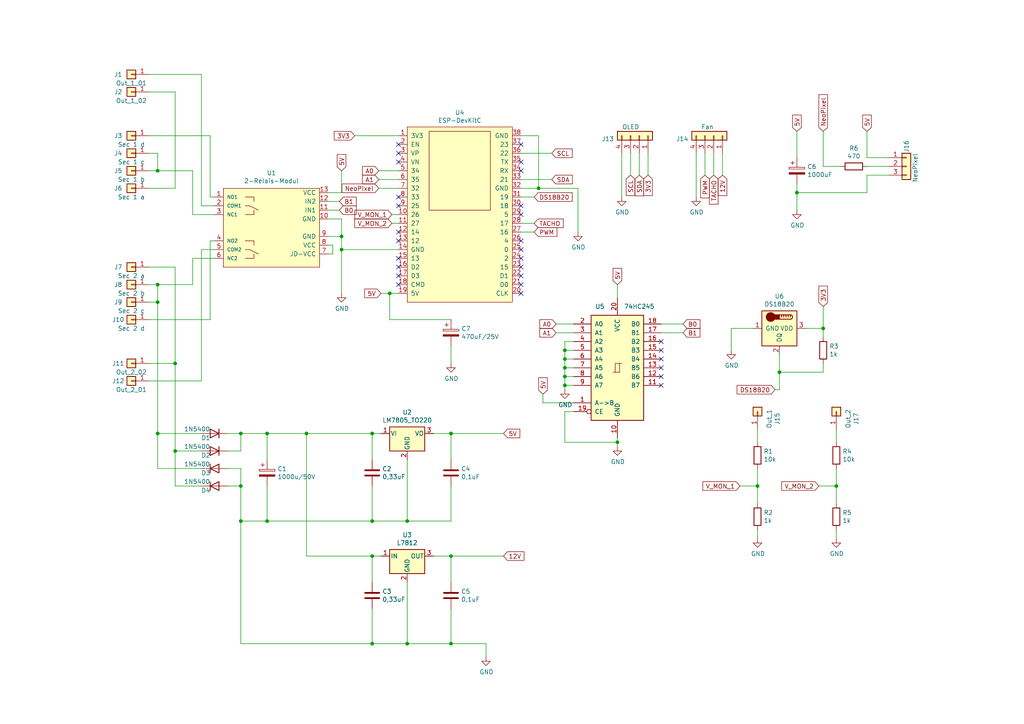
<source format=kicad_sch>
(kicad_sch (version 20230121) (generator eeschema)
  (paper "A4")
  (lib_symbols
    (symbol "74xx:74HC245" (pin_names (offset 1.016))
      (property "Reference" "U" (at -7.62 16.51 0))
      (property "Value" "74HC245" (at -7.62 -16.51 0))
      (symbol "74HC245_1_0"
        (polyline (pts (xy -0.635 -1.27) (xy -0.635 1.27) (xy 0.635 1.27)))
        (polyline (pts (xy -1.27 -1.27) (xy 0.635 -1.27) (xy 0.635 1.27) (xy 1.27 1.27)))
        (pin input line (at -12.7 -10.16 0) (length 5.08) (name "A->B") (number "1"))
        (pin power_in line (at 0 -20.32 90) (length 5.08) (name "GND") (number "10"))
        (pin tri_state line (at 12.7 -5.08 180) (length 5.08) (name "B7") (number "11"))
        (pin tri_state line (at 12.7 -2.54 180) (length 5.08) (name "B6") (number "12"))
        (pin tri_state line (at 12.7 0 180) (length 5.08) (name "B5") (number "13"))
        (pin tri_state line (at 12.7 2.54 180) (length 5.08) (name "B4") (number "14"))
        (pin tri_state line (at 12.7 5.08 180) (length 5.08) (name "B3") (number "15"))
        (pin tri_state line (at 12.7 7.62 180) (length 5.08) (name "B2") (number "16"))
        (pin tri_state line (at 12.7 10.16 180) (length 5.08) (name "B1") (number "17"))
        (pin tri_state line (at 12.7 12.7 180) (length 5.08) (name "B0") (number "18"))
        (pin input inverted (at -12.7 -12.7 0) (length 5.08) (name "CE") (number "19"))
        (pin tri_state line (at -12.7 12.7 0) (length 5.08) (name "A0") (number "2"))
        (pin power_in line (at 0 20.32 270) (length 5.08) (name "VCC") (number "20"))
        (pin tri_state line (at -12.7 10.16 0) (length 5.08) (name "A1") (number "3"))
        (pin tri_state line (at -12.7 7.62 0) (length 5.08) (name "A2") (number "4"))
        (pin tri_state line (at -12.7 5.08 0) (length 5.08) (name "A3") (number "5"))
        (pin tri_state line (at -12.7 2.54 0) (length 5.08) (name "A4") (number "6"))
        (pin tri_state line (at -12.7 0 0) (length 5.08) (name "A5") (number "7"))
        (pin tri_state line (at -12.7 -2.54 0) (length 5.08) (name "A6") (number "8"))
        (pin tri_state line (at -12.7 -5.08 0) (length 5.08) (name "A7") (number "9"))
      )
      (symbol "74HC245_1_1"
        (rectangle (start -7.62 15.24) (end 7.62 -15.24) (stroke (width 0.254)) (fill (type background)))
      )
    )
    (symbol "Connector_Generic:Conn_01x01" (pin_names (offset 1.016) hide)
      (property "Reference" "J" (at 0 2.54 0))
      (property "Value" "Conn_01x01" (at 0 -2.54 0))
      (symbol "Conn_01x01_1_1"
        (rectangle (start -1.27 0.127) (end 0 -0.127) (stroke (width 0.1524)))
        (rectangle (start -1.27 1.27) (end 1.27 -1.27) (stroke (width 0.254)) (fill (type background)))
        (pin passive line (at -5.08 0 0) (length 3.81) (name "Pin_1") (number "1"))
      )
    )
    (symbol "Connector_Generic:Conn_01x03" (pin_names (offset 1.016) hide)
      (property "Reference" "J" (at 0 5.08 0))
      (property "Value" "Conn_01x03" (at 0 -5.08 0))
      (symbol "Conn_01x03_1_1"
        (rectangle (start -1.27 -2.413) (end 0 -2.667) (stroke (width 0.1524)))
        (rectangle (start -1.27 0.127) (end 0 -0.127) (stroke (width 0.1524)))
        (rectangle (start -1.27 2.667) (end 0 2.413) (stroke (width 0.1524)))
        (rectangle (start -1.27 3.81) (end 1.27 -3.81) (stroke (width 0.254)) (fill (type background)))
        (pin passive line (at -5.08 2.54 0) (length 3.81) (name "Pin_1") (number "1"))
        (pin passive line (at -5.08 0 0) (length 3.81) (name "Pin_2") (number "2"))
        (pin passive line (at -5.08 -2.54 0) (length 3.81) (name "Pin_3") (number "3"))
      )
    )
    (symbol "Connector_Generic:Conn_01x04" (pin_names (offset 1.016) hide)
      (property "Reference" "J" (at 0 5.08 0))
      (property "Value" "Conn_01x04" (at 0 -7.62 0))
      (symbol "Conn_01x04_1_1"
        (rectangle (start -1.27 -4.953) (end 0 -5.207) (stroke (width 0.1524)))
        (rectangle (start -1.27 -2.413) (end 0 -2.667) (stroke (width 0.1524)))
        (rectangle (start -1.27 0.127) (end 0 -0.127) (stroke (width 0.1524)))
        (rectangle (start -1.27 2.667) (end 0 2.413) (stroke (width 0.1524)))
        (rectangle (start -1.27 3.81) (end 1.27 -6.35) (stroke (width 0.254)) (fill (type background)))
        (pin passive line (at -5.08 2.54 0) (length 3.81) (name "Pin_1") (number "1"))
        (pin passive line (at -5.08 0 0) (length 3.81) (name "Pin_2") (number "2"))
        (pin passive line (at -5.08 -2.54 0) (length 3.81) (name "Pin_3") (number "3"))
        (pin passive line (at -5.08 -5.08 0) (length 3.81) (name "Pin_4") (number "4"))
      )
    )
    (symbol "Device:C" (pin_numbers hide) (pin_names (offset 0.254))
      (property "Reference" "C" (at 0.635 2.54 0))
      (property "Value" "C" (at 0.635 -2.54 0))
      (symbol "C_0_1"
        (polyline (pts (xy -2.032 -0.762) (xy 2.032 -0.762)) (stroke (width 0.508)))
        (polyline (pts (xy -2.032 0.762) (xy 2.032 0.762)) (stroke (width 0.508)))
      )
      (symbol "C_1_1"
        (pin passive line (at 0 3.81 270) (length 2.794) (name "~") (number "1"))
        (pin passive line (at 0 -3.81 90) (length 2.794) (name "~") (number "2"))
      )
    )
    (symbol "Device:D" (pin_numbers hide) (pin_names (offset 1.016) hide)
      (property "Reference" "D" (at 0 2.54 0))
      (property "Value" "D" (at 0 -2.54 0))
      (symbol "D_0_1"
        (polyline (pts (xy -1.27 1.27) (xy -1.27 -1.27)) (stroke (width 0.254)))
        (polyline (pts (xy 1.27 0) (xy -1.27 0)))
        (polyline (pts (xy 1.27 1.27) (xy 1.27 -1.27) (xy -1.27 0) (xy 1.27 1.27)) (stroke (width 0.254)))
      )
      (symbol "D_1_1"
        (pin passive line (at -3.81 0 0) (length 2.54) (name "K") (number "1"))
        (pin passive line (at 3.81 0 180) (length 2.54) (name "A") (number "2"))
      )
    )
    (symbol "Device:R" (pin_numbers hide) (pin_names (offset 0))
      (property "Reference" "R" (at 2.032 0 90))
      (property "Value" "R" (at 0 0 90))
      (symbol "R_0_1"
        (rectangle (start -1.016 -2.54) (end 1.016 2.54) (stroke (width 0.254)))
      )
      (symbol "R_1_1"
        (pin passive line (at 0 3.81 270) (length 1.27) (name "~") (number "1"))
        (pin passive line (at 0 -3.81 90) (length 1.27) (name "~") (number "2"))
      )
    )
    (symbol "Labor Netzteil-rescue:CP-Device" (pin_numbers hide) (pin_names (offset 0.254))
      (property "Reference" "C" (at 0.635 2.54 0))
      (property "Value" "Device_CP" (at 0.635 -2.54 0))
      (symbol "CP-Device_0_1"
        (rectangle (start -2.286 0.508) (end 2.286 1.016))
        (polyline (pts (xy -1.778 2.286) (xy -0.762 2.286)))
        (polyline (pts (xy -1.27 2.794) (xy -1.27 1.778)))
        (rectangle (start 2.286 -0.508) (end -2.286 -1.016) (fill (type outline)))
      )
      (symbol "CP-Device_1_1"
        (pin passive line (at 0 3.81 270) (length 2.794) (name "~") (number "1"))
        (pin passive line (at 0 -3.81 90) (length 2.794) (name "~") (number "2"))
      )
    )
    (symbol "Labor Netzteil-rescue:DS18B20-Sensor_Temperature" (pin_names (offset 1.016))
      (property "Reference" "U" (at -3.81 6.35 0))
      (property "Value" "Sensor_Temperature_DS18B20" (at 6.35 6.35 0))
      (symbol "DS18B20-Sensor_Temperature_0_1"
        (rectangle (start -5.08 5.08) (end 5.08 -5.08) (stroke (width 0.254)) (fill (type background)))
        (circle (center -3.302 -2.54) (radius 1.27) (stroke (width 0.254)) (fill (type outline)))
        (rectangle (start -2.667 -1.905) (end -3.937 0) (stroke (width 0.254)) (fill (type outline)))
        (arc (start -2.667 3.175) (mid -3.302 3.8073) (end -3.937 3.175) (stroke (width 0.254)))
        (polyline (pts (xy -3.937 0.635) (xy -3.302 0.635)) (stroke (width 0.254)))
        (polyline (pts (xy -3.937 1.27) (xy -3.302 1.27)) (stroke (width 0.254)))
        (polyline (pts (xy -3.937 1.905) (xy -3.302 1.905)) (stroke (width 0.254)))
        (polyline (pts (xy -3.937 2.54) (xy -3.302 2.54)) (stroke (width 0.254)))
        (polyline (pts (xy -3.937 3.175) (xy -3.937 0)) (stroke (width 0.254)))
        (polyline (pts (xy -3.937 3.175) (xy -3.302 3.175)) (stroke (width 0.254)))
        (polyline (pts (xy -2.667 3.175) (xy -2.667 0)) (stroke (width 0.254)))
      )
      (symbol "DS18B20-Sensor_Temperature_1_1"
        (pin power_in line (at 0 -7.62 90) (length 2.54) (name "GND") (number "1"))
        (pin bidirectional line (at 7.62 0 180) (length 2.54) (name "DQ") (number "2"))
        (pin power_in line (at 0 7.62 270) (length 2.54) (name "VDD") (number "3"))
      )
    )
    (symbol "Labor Netzteil-rescue:ESP-DevKitC-ESP32-DevKitC" (pin_names (offset 1.016))
      (property "Reference" "U" (at 0 2.54 0))
      (property "Value" "ESP32-DevKitC_ESP-DevKitC" (at 0 -2.54 0))
      (symbol "ESP-DevKitC-ESP32-DevKitC_0_1"
        (rectangle (start -15.24 25.4) (end 15.24 -25.4) (fill (type background)))
        (rectangle (start -8.89 24.13) (end 8.89 1.27) (fill (type background)))
      )
      (symbol "ESP-DevKitC-ESP32-DevKitC_1_1"
        (pin input line (at -17.78 22.86 0) (length 2.54) (name "3V3") (number "1"))
        (pin input line (at -17.78 0 0) (length 2.54) (name "26") (number "10"))
        (pin input line (at -17.78 -2.54 0) (length 2.54) (name "27") (number "11"))
        (pin input line (at -17.78 -5.08 0) (length 2.54) (name "14") (number "12"))
        (pin input line (at -17.78 -7.62 0) (length 2.54) (name "12") (number "13"))
        (pin input line (at -17.78 -10.16 0) (length 2.54) (name "GND") (number "14"))
        (pin input line (at -17.78 -12.7 0) (length 2.54) (name "13") (number "15"))
        (pin input line (at -17.78 -15.24 0) (length 2.54) (name "D2") (number "16"))
        (pin input line (at -17.78 -17.78 0) (length 2.54) (name "D3") (number "17"))
        (pin input line (at -17.78 -20.32 0) (length 2.54) (name "CMD") (number "18"))
        (pin input line (at -17.78 -22.86 0) (length 2.54) (name "5V") (number "19"))
        (pin input line (at -17.78 20.32 0) (length 2.54) (name "EN") (number "2"))
        (pin input line (at 17.78 -22.86 180) (length 2.54) (name "CLK") (number "20"))
        (pin input line (at 17.78 -20.32 180) (length 2.54) (name "D0") (number "21"))
        (pin input line (at 17.78 -17.78 180) (length 2.54) (name "D1") (number "22"))
        (pin input line (at 17.78 -15.24 180) (length 2.54) (name "15") (number "23"))
        (pin input line (at 17.78 -12.7 180) (length 2.54) (name "2") (number "24"))
        (pin input line (at 17.78 -10.16 180) (length 2.54) (name "0") (number "25"))
        (pin input line (at 17.78 -7.62 180) (length 2.54) (name "4") (number "26"))
        (pin input line (at 17.78 -5.08 180) (length 2.54) (name "16") (number "27"))
        (pin input line (at 17.78 -2.54 180) (length 2.54) (name "17") (number "28"))
        (pin input line (at 17.78 0 180) (length 2.54) (name "5") (number "29"))
        (pin input line (at -17.78 17.78 0) (length 2.54) (name "VP") (number "3"))
        (pin input line (at 17.78 2.54 180) (length 2.54) (name "18") (number "30"))
        (pin input line (at 17.78 5.08 180) (length 2.54) (name "19") (number "31"))
        (pin input line (at 17.78 7.62 180) (length 2.54) (name "GND") (number "32"))
        (pin input line (at 17.78 10.16 180) (length 2.54) (name "21") (number "33"))
        (pin input line (at 17.78 12.7 180) (length 2.54) (name "RX") (number "34"))
        (pin input line (at 17.78 15.24 180) (length 2.54) (name "TX") (number "35"))
        (pin input line (at 17.78 17.78 180) (length 2.54) (name "22") (number "36"))
        (pin input line (at 17.78 20.32 180) (length 2.54) (name "23") (number "37"))
        (pin input line (at 17.78 22.86 180) (length 2.54) (name "GND") (number "38"))
        (pin input line (at -17.78 15.24 0) (length 2.54) (name "VN") (number "4"))
        (pin input line (at -17.78 12.7 0) (length 2.54) (name "34") (number "5"))
        (pin input line (at -17.78 10.16 0) (length 2.54) (name "35") (number "6"))
        (pin input line (at -17.78 7.62 0) (length 2.54) (name "32") (number "7"))
        (pin input line (at -17.78 5.08 0) (length 2.54) (name "33") (number "8"))
        (pin input line (at -17.78 2.54 0) (length 2.54) (name "25") (number "9"))
      )
    )
    (symbol "Regulator_Linear:L7812" (pin_names (offset 0.254))
      (property "Reference" "U" (at -3.81 3.175 0))
      (property "Value" "L7812" (at 0 3.175 0))
      (symbol "L7812_0_1"
        (rectangle (start -5.08 1.905) (end 5.08 -5.08) (stroke (width 0.254)) (fill (type background)))
      )
      (symbol "L7812_1_1"
        (pin power_in line (at -7.62 0 0) (length 2.54) (name "IN") (number "1"))
        (pin power_in line (at 0 -7.62 90) (length 2.54) (name "GND") (number "2"))
        (pin power_out line (at 7.62 0 180) (length 2.54) (name "OUT") (number "3"))
      )
    )
    (symbol "Regulator_Linear:LM7805_TO220" (pin_names (offset 0.254))
      (property "Reference" "U" (at -3.81 3.175 0))
      (property "Value" "LM7805_TO220" (at 0 3.175 0))
      (symbol "LM7805_TO220_0_1"
        (rectangle (start -5.08 1.905) (end 5.08 -5.08) (stroke (width 0.254)) (fill (type background)))
      )
      (symbol "LM7805_TO220_1_1"
        (pin power_in line (at -7.62 0 0) (length 2.54) (name "VI") (number "1"))
        (pin power_in line (at 0 -7.62 90) (length 2.54) (name "GND") (number "2"))
        (pin power_out line (at 7.62 0 180) (length 2.54) (name "VO") (number "3"))
      )
    )
    (symbol "Relais Modul:2-Relais-Modul" (pin_names (offset 1.016))
      (property "Reference" "U" (at 0 1.27 0))
      (property "Value" "2-Relais-Modul" (at 0 -1.27 0))
      (symbol "2-Relais-Modul_0_1"
        (rectangle (start -13.97 11.43) (end 13.97 -11.43) (fill (type background)))
        (polyline (pts (xy -7.62 -8.89) (xy -5.08 -8.89) (xy -5.08 -7.62)))
        (polyline (pts (xy -7.62 -6.35) (xy -6.35 -6.35) (xy -3.81 -7.62)))
        (polyline (pts (xy -7.62 3.81) (xy -5.08 3.81) (xy -5.08 5.08)))
        (polyline (pts (xy -7.62 6.35) (xy -6.35 6.35) (xy -3.81 5.08)))
        (polyline (pts (xy -5.08 -5.08) (xy -5.08 -3.81) (xy -7.62 -3.81)))
        (polyline (pts (xy -5.08 7.62) (xy -5.08 8.89) (xy -7.62 8.89)))
      )
      (symbol "2-Relais-Modul_1_1"
        (pin input line (at -16.51 8.89 0) (length 2.54) (name "NO1") (number "1"))
        (pin input line (at 16.51 2.54 180) (length 2.54) (name "GND") (number "10"))
        (pin input line (at 16.51 5.08 180) (length 2.54) (name "IN1") (number "11"))
        (pin input line (at 16.51 7.62 180) (length 2.54) (name "IN2") (number "12"))
        (pin input line (at 16.51 10.16 180) (length 2.54) (name "VCC") (number "13"))
        (pin input line (at -16.51 6.35 0) (length 2.54) (name "COM1") (number "2"))
        (pin input line (at -16.51 3.81 0) (length 2.54) (name "NC1") (number "3"))
        (pin input line (at -16.51 -3.81 0) (length 2.54) (name "NO2") (number "4"))
        (pin input line (at -16.51 -6.35 0) (length 2.54) (name "COM2") (number "5"))
        (pin input line (at -16.51 -8.89 0) (length 2.54) (name "NC2") (number "6"))
        (pin input line (at 16.51 -7.62 180) (length 2.54) (name "JD-VCC") (number "7"))
        (pin input line (at 16.51 -5.08 180) (length 2.54) (name "VCC") (number "8"))
        (pin input line (at 16.51 -2.54 180) (length 2.54) (name "GND") (number "9"))
      )
    )
    (symbol "power:GND" (power) (pin_names (offset 0))
      (property "Value" "GND" (at 0 -3.81 0))
      (symbol "GND_0_1"
        (polyline (pts (xy 0 0) (xy 0 -1.27) (xy 1.27 -1.27) (xy 0 -2.54) (xy -1.27 -1.27) (xy 0 -1.27)))
      )
      (symbol "GND_1_1"
        (pin power_in line (at 0 0 270) (length 0) hide (name "GND") (number "1"))
      )
    )
  )
  (junction (at 179.07 128.27))
  (junction (at 45.72 82.55))
  (junction (at 130.81 186.69))
  (junction (at 45.72 125.73))
  (junction (at 50.8 130.81))
  (junction (at 163.83 106.68))
  (junction (at 107.95 151.13))
  (junction (at 77.47 125.73))
  (junction (at 163.83 104.14))
  (junction (at 163.83 111.76))
  (junction (at 163.83 101.6))
  (junction (at 156.21 54.61))
  (junction (at 69.85 140.97))
  (junction (at 226.06 107.95))
  (junction (at 69.85 151.13))
  (junction (at 242.57 140.97))
  (junction (at 130.81 161.29))
  (junction (at 107.95 161.29))
  (junction (at 77.47 151.13))
  (junction (at 163.83 109.22))
  (junction (at 113.03 85.09))
  (junction (at 107.95 186.69))
  (junction (at 99.06 72.39))
  (junction (at 99.06 68.58))
  (junction (at 45.72 49.53))
  (junction (at 107.95 125.73))
  (junction (at 45.72 87.63))
  (junction (at 219.71 140.97))
  (junction (at 69.85 125.73))
  (junction (at 231.14 55.88))
  (junction (at 130.81 125.73))
  (junction (at 118.11 151.13))
  (junction (at 118.11 186.69))
  (junction (at 88.9 125.73))
  (junction (at 50.8 105.41))
  (junction (at 238.76 95.25))
  (no_connect (at 151.13 80.01))
  (no_connect (at 115.57 41.91))
  (no_connect (at 151.13 82.55))
  (no_connect (at 115.57 57.15))
  (no_connect (at 151.13 77.47))
  (no_connect (at 115.57 44.45))
  (no_connect (at 151.13 46.99))
  (no_connect (at 115.57 82.55))
  (no_connect (at 191.77 111.76))
  (no_connect (at 151.13 49.53))
  (no_connect (at 115.57 69.85))
  (no_connect (at 151.13 74.93))
  (no_connect (at 191.77 104.14))
  (no_connect (at 115.57 74.93))
  (no_connect (at 191.77 106.68))
  (no_connect (at 115.57 77.47))
  (no_connect (at 115.57 80.01))
  (no_connect (at 115.57 59.69))
  (no_connect (at 115.57 67.31))
  (no_connect (at 151.13 69.85))
  (no_connect (at 151.13 59.69))
  (no_connect (at 151.13 62.23))
  (no_connect (at 151.13 72.39))
  (no_connect (at 191.77 109.22))
  (no_connect (at 191.77 101.6))
  (no_connect (at 191.77 99.06))
  (no_connect (at 151.13 41.91))
  (no_connect (at 115.57 46.99))
  (no_connect (at 151.13 85.09))
  (wire (pts (xy 237.49 140.97) (xy 242.57 140.97)))
  (wire (pts (xy 115.57 72.39) (xy 99.06 72.39)))
  (wire (pts (xy 130.81 186.69) (xy 118.11 186.69)))
  (wire (pts (xy 163.83 113.03) (xy 163.83 111.76)))
  (wire (pts (xy 118.11 168.91) (xy 118.11 186.69)))
  (wire (pts (xy 96.52 71.12) (xy 96.52 73.66)))
  (wire (pts (xy 231.14 45.72) (xy 231.14 38.1)))
  (wire (pts (xy 163.83 106.68) (xy 163.83 109.22)))
  (wire (pts (xy 60.96 92.71) (xy 60.96 69.85)))
  (wire (pts (xy 110.49 161.29) (xy 107.95 161.29)))
  (wire (pts (xy 43.18 82.55) (xy 45.72 82.55)))
  (wire (pts (xy 226.06 107.95) (xy 226.06 102.87)))
  (wire (pts (xy 125.73 161.29) (xy 130.81 161.29)))
  (wire (pts (xy 151.13 57.15) (xy 154.94 57.15)))
  (wire (pts (xy 99.06 63.5) (xy 99.06 68.58)))
  (wire (pts (xy 242.57 140.97) (xy 242.57 146.05)))
  (wire (pts (xy 60.96 57.15) (xy 62.23 57.15)))
  (wire (pts (xy 95.25 68.58) (xy 99.06 68.58)))
  (wire (pts (xy 163.83 101.6) (xy 166.37 101.6)))
  (wire (pts (xy 107.95 133.35) (xy 107.95 125.73)))
  (wire (pts (xy 156.21 54.61) (xy 167.64 54.61)))
  (wire (pts (xy 58.42 110.49) (xy 58.42 72.39)))
  (wire (pts (xy 45.72 49.53) (xy 45.72 44.45)))
  (wire (pts (xy 242.57 153.67) (xy 242.57 156.21)))
  (wire (pts (xy 118.11 133.35) (xy 118.11 151.13)))
  (wire (pts (xy 224.79 113.03) (xy 226.06 113.03)))
  (wire (pts (xy 45.72 135.89) (xy 58.42 135.89)))
  (wire (pts (xy 130.81 105.41) (xy 130.81 100.33)))
  (wire (pts (xy 125.73 125.73) (xy 130.81 125.73)))
  (wire (pts (xy 251.46 55.88) (xy 251.46 50.8)))
  (wire (pts (xy 179.07 129.54) (xy 179.07 128.27)))
  (wire (pts (xy 231.14 53.34) (xy 231.14 55.88)))
  (wire (pts (xy 257.81 45.72) (xy 251.46 45.72)))
  (wire (pts (xy 45.72 82.55) (xy 45.72 87.63)))
  (wire (pts (xy 109.855 54.61) (xy 115.57 54.61)))
  (wire (pts (xy 43.18 21.59) (xy 58.42 21.59)))
  (wire (pts (xy 95.25 55.88) (xy 99.06 55.88)))
  (wire (pts (xy 50.8 130.81) (xy 50.8 105.41)))
  (wire (pts (xy 50.8 54.61) (xy 50.8 26.67)))
  (wire (pts (xy 55.88 62.23) (xy 62.23 62.23)))
  (wire (pts (xy 163.83 109.22) (xy 163.83 111.76)))
  (wire (pts (xy 166.37 93.98) (xy 161.29 93.98)))
  (wire (pts (xy 130.81 186.69) (xy 140.97 186.69)))
  (wire (pts (xy 251.46 48.26) (xy 257.81 48.26)))
  (wire (pts (xy 238.76 107.95) (xy 226.06 107.95)))
  (wire (pts (xy 45.72 82.55) (xy 55.88 82.55)))
  (wire (pts (xy 233.68 95.25) (xy 238.76 95.25)))
  (wire (pts (xy 55.88 82.55) (xy 55.88 74.93)))
  (wire (pts (xy 212.09 95.25) (xy 218.44 95.25)))
  (wire (pts (xy 166.37 116.84) (xy 157.48 116.84)))
  (wire (pts (xy 50.8 26.67) (xy 43.18 26.67)))
  (wire (pts (xy 163.83 104.14) (xy 166.37 104.14)))
  (wire (pts (xy 163.83 101.6) (xy 163.83 104.14)))
  (wire (pts (xy 151.13 54.61) (xy 156.21 54.61)))
  (wire (pts (xy 66.04 130.81) (xy 69.85 130.81)))
  (wire (pts (xy 95.25 60.96) (xy 98.425 60.96)))
  (wire (pts (xy 109.855 49.53) (xy 115.57 49.53)))
  (wire (pts (xy 115.57 62.23) (xy 113.665 62.23)))
  (wire (pts (xy 95.25 58.42) (xy 98.425 58.42)))
  (wire (pts (xy 43.18 49.53) (xy 45.72 49.53)))
  (wire (pts (xy 219.71 124.46) (xy 219.71 128.27)))
  (wire (pts (xy 140.97 186.69) (xy 140.97 190.5)))
  (wire (pts (xy 130.81 92.71) (xy 113.03 92.71)))
  (wire (pts (xy 69.85 135.89) (xy 66.04 135.89)))
  (wire (pts (xy 187.96 44.45) (xy 187.96 50.8)))
  (wire (pts (xy 251.46 45.72) (xy 251.46 38.1)))
  (wire (pts (xy 154.94 64.77) (xy 151.13 64.77)))
  (wire (pts (xy 43.18 110.49) (xy 58.42 110.49)))
  (wire (pts (xy 58.42 72.39) (xy 62.23 72.39)))
  (wire (pts (xy 107.95 168.91) (xy 107.95 161.29)))
  (wire (pts (xy 88.9 125.73) (xy 107.95 125.73)))
  (wire (pts (xy 77.47 140.97) (xy 77.47 151.13)))
  (wire (pts (xy 238.76 95.25) (xy 238.76 97.79)))
  (wire (pts (xy 50.8 140.97) (xy 58.42 140.97)))
  (wire (pts (xy 69.85 125.73) (xy 77.47 125.73)))
  (wire (pts (xy 151.13 39.37) (xy 156.21 39.37)))
  (wire (pts (xy 50.8 77.47) (xy 50.8 105.41)))
  (wire (pts (xy 43.18 92.71) (xy 60.96 92.71)))
  (wire (pts (xy 130.81 151.13) (xy 118.11 151.13)))
  (wire (pts (xy 209.55 50.8) (xy 209.55 44.45)))
  (wire (pts (xy 66.04 140.97) (xy 69.85 140.97)))
  (wire (pts (xy 60.96 39.37) (xy 60.96 57.15)))
  (wire (pts (xy 166.37 96.52) (xy 161.29 96.52)))
  (wire (pts (xy 219.71 153.67) (xy 219.71 156.21)))
  (wire (pts (xy 207.01 50.8) (xy 207.01 44.45)))
  (wire (pts (xy 163.83 99.06) (xy 163.83 101.6)))
  (wire (pts (xy 113.665 64.77) (xy 115.57 64.77)))
  (wire (pts (xy 110.49 125.73) (xy 107.95 125.73)))
  (wire (pts (xy 107.95 186.69) (xy 107.95 176.53)))
  (wire (pts (xy 198.12 96.52) (xy 191.77 96.52)))
  (wire (pts (xy 166.37 99.06) (xy 163.83 99.06)))
  (wire (pts (xy 212.09 101.6) (xy 212.09 95.25)))
  (wire (pts (xy 185.42 44.45) (xy 185.42 50.8)))
  (wire (pts (xy 69.85 140.97) (xy 69.85 135.89)))
  (wire (pts (xy 69.85 130.81) (xy 69.85 125.73)))
  (wire (pts (xy 231.14 55.88) (xy 231.14 60.96)))
  (wire (pts (xy 179.07 128.27) (xy 179.07 127)))
  (wire (pts (xy 151.13 44.45) (xy 160.02 44.45)))
  (wire (pts (xy 95.25 71.12) (xy 96.52 71.12)))
  (wire (pts (xy 219.71 140.97) (xy 219.71 135.89)))
  (wire (pts (xy 163.83 109.22) (xy 166.37 109.22)))
  (wire (pts (xy 45.72 125.73) (xy 45.72 87.63)))
  (wire (pts (xy 55.88 49.53) (xy 55.88 62.23)))
  (wire (pts (xy 167.64 54.61) (xy 167.64 67.31)))
  (wire (pts (xy 69.85 151.13) (xy 77.47 151.13)))
  (wire (pts (xy 238.76 48.26) (xy 238.76 38.1)))
  (wire (pts (xy 45.72 49.53) (xy 55.88 49.53)))
  (wire (pts (xy 113.03 85.09) (xy 115.57 85.09)))
  (wire (pts (xy 118.11 186.69) (xy 107.95 186.69)))
  (wire (pts (xy 43.18 87.63) (xy 45.72 87.63)))
  (wire (pts (xy 60.96 69.85) (xy 62.23 69.85)))
  (wire (pts (xy 77.47 125.73) (xy 88.9 125.73)))
  (wire (pts (xy 50.8 130.81) (xy 50.8 140.97)))
  (wire (pts (xy 238.76 95.25) (xy 238.76 88.9)))
  (wire (pts (xy 251.46 50.8) (xy 257.81 50.8)))
  (wire (pts (xy 182.88 44.45) (xy 182.88 50.8)))
  (wire (pts (xy 99.06 55.88) (xy 99.06 49.53)))
  (wire (pts (xy 163.83 111.76) (xy 166.37 111.76)))
  (wire (pts (xy 163.83 104.14) (xy 163.83 106.68)))
  (wire (pts (xy 226.06 113.03) (xy 226.06 107.95)))
  (wire (pts (xy 69.85 151.13) (xy 69.85 140.97)))
  (wire (pts (xy 163.83 128.27) (xy 179.07 128.27)))
  (wire (pts (xy 45.72 125.73) (xy 45.72 135.89)))
  (wire (pts (xy 163.83 119.38) (xy 163.83 128.27)))
  (wire (pts (xy 130.81 125.73) (xy 130.81 133.35)))
  (wire (pts (xy 238.76 105.41) (xy 238.76 107.95)))
  (wire (pts (xy 45.72 44.45) (xy 43.18 44.45)))
  (wire (pts (xy 163.83 106.68) (xy 166.37 106.68)))
  (wire (pts (xy 43.18 39.37) (xy 60.96 39.37)))
  (wire (pts (xy 66.04 125.73) (xy 69.85 125.73)))
  (wire (pts (xy 130.81 161.29) (xy 146.05 161.29)))
  (wire (pts (xy 156.21 39.37) (xy 156.21 54.61)))
  (wire (pts (xy 99.06 68.58) (xy 99.06 72.39)))
  (wire (pts (xy 58.42 21.59) (xy 58.42 59.69)))
  (wire (pts (xy 179.07 82.55) (xy 179.07 86.36)))
  (wire (pts (xy 157.48 116.84) (xy 157.48 114.3)))
  (wire (pts (xy 50.8 105.41) (xy 43.18 105.41)))
  (wire (pts (xy 88.9 161.29) (xy 107.95 161.29)))
  (wire (pts (xy 110.49 85.09) (xy 113.03 85.09)))
  (wire (pts (xy 242.57 124.46) (xy 242.57 128.27)))
  (wire (pts (xy 95.25 63.5) (xy 99.06 63.5)))
  (wire (pts (xy 113.03 92.71) (xy 113.03 85.09)))
  (wire (pts (xy 77.47 133.35) (xy 77.47 125.73)))
  (wire (pts (xy 130.81 168.91) (xy 130.81 161.29)))
  (wire (pts (xy 201.93 44.45) (xy 201.93 57.15)))
  (wire (pts (xy 166.37 119.38) (xy 163.83 119.38)))
  (wire (pts (xy 214.63 140.97) (xy 219.71 140.97)))
  (wire (pts (xy 45.72 125.73) (xy 58.42 125.73)))
  (wire (pts (xy 130.81 125.73) (xy 146.05 125.73)))
  (wire (pts (xy 154.94 67.31) (xy 151.13 67.31)))
  (wire (pts (xy 96.52 73.66) (xy 95.25 73.66)))
  (wire (pts (xy 43.18 54.61) (xy 50.8 54.61)))
  (wire (pts (xy 69.85 186.69) (xy 107.95 186.69)))
  (wire (pts (xy 43.18 77.47) (xy 50.8 77.47)))
  (wire (pts (xy 231.14 55.88) (xy 251.46 55.88)))
  (wire (pts (xy 242.57 140.97) (xy 242.57 135.89)))
  (wire (pts (xy 115.57 39.37) (xy 102.87 39.37)))
  (wire (pts (xy 130.81 176.53) (xy 130.81 186.69)))
  (wire (pts (xy 204.47 50.8) (xy 204.47 44.45)))
  (wire (pts (xy 109.855 52.07) (xy 115.57 52.07)))
  (wire (pts (xy 151.13 52.07) (xy 160.02 52.07)))
  (wire (pts (xy 130.81 140.97) (xy 130.81 151.13)))
  (wire (pts (xy 99.06 72.39) (xy 99.06 85.09)))
  (wire (pts (xy 198.12 93.98) (xy 191.77 93.98)))
  (wire (pts (xy 69.85 151.13) (xy 69.85 186.69)))
  (wire (pts (xy 77.47 151.13) (xy 107.95 151.13)))
  (wire (pts (xy 50.8 130.81) (xy 58.42 130.81)))
  (wire (pts (xy 55.88 74.93) (xy 62.23 74.93)))
  (wire (pts (xy 180.34 57.15) (xy 180.34 44.45)))
  (wire (pts (xy 88.9 125.73) (xy 88.9 161.29)))
  (wire (pts (xy 107.95 151.13) (xy 107.95 140.97)))
  (wire (pts (xy 243.84 48.26) (xy 238.76 48.26)))
  (wire (pts (xy 219.71 140.97) (xy 219.71 146.05)))
  (wire (pts (xy 58.42 59.69) (xy 62.23 59.69)))
  (wire (pts (xy 118.11 151.13) (xy 107.95 151.13)))
  (global_label "NeoPixel" (shape input) (at 238.76 38.1 90) (property "Intersheetrefs" "${INTERSHEET_REFS}" (effects hide)))
  (global_label "12V" (shape input) (at 209.55 50.8 270) (property "Intersheetrefs" "${INTERSHEET_REFS}" (effects hide)))
  (global_label "PWM" (shape input) (at 204.47 50.8 270) (property "Intersheetrefs" "${INTERSHEET_REFS}" (effects hide)))
  (global_label "V_MON_2" (shape input) (at 237.49 140.97 180) (property "Intersheetrefs" "${INTERSHEET_REFS}" (effects hide)))
  (global_label "DS18B20" (shape input) (at 224.79 113.03 180) (property "Intersheetrefs" "${INTERSHEET_REFS}" (effects hide)))
  (global_label "A1" (shape input) (at 161.29 96.52 180) (property "Intersheetrefs" "${INTERSHEET_REFS}" (effects hide)))
  (global_label "5V" (shape input) (at 231.14 38.1 90) (property "Intersheetrefs" "${INTERSHEET_REFS}" (effects hide)))
  (global_label "B0" (shape input) (at 198.12 93.98 0) (property "Intersheetrefs" "${INTERSHEET_REFS}" (effects hide)))
  (global_label "TACHO" (shape input) (at 154.94 64.77 0) (property "Intersheetrefs" "${INTERSHEET_REFS}" (effects hide)))
  (global_label "5V" (shape input) (at 157.48 114.3 90) (property "Intersheetrefs" "${INTERSHEET_REFS}" (effects hide)))
  (global_label "A1" (shape input) (at 109.855 52.07 180) (property "Intersheetrefs" "${INTERSHEET_REFS}" (effects hide)))
  (global_label "3V3" (shape input) (at 238.76 88.9 90) (property "Intersheetrefs" "${INTERSHEET_REFS}" (effects hide)))
  (global_label "A0" (shape input) (at 161.29 93.98 180) (property "Intersheetrefs" "${INTERSHEET_REFS}" (effects hide)))
  (global_label "B0" (shape input) (at 98.425 60.96 0) (property "Intersheetrefs" "${INTERSHEET_REFS}" (effects hide)))
  (global_label "PWM" (shape input) (at 154.94 67.31 0) (property "Intersheetrefs" "${INTERSHEET_REFS}" (effects hide)))
  (global_label "SDA" (shape input) (at 185.42 50.8 270) (property "Intersheetrefs" "${INTERSHEET_REFS}" (effects hide)))
  (global_label "A0" (shape input) (at 109.855 49.53 180) (property "Intersheetrefs" "${INTERSHEET_REFS}" (effects hide)))
  (global_label "B1" (shape input) (at 198.12 96.52 0) (property "Intersheetrefs" "${INTERSHEET_REFS}" (effects hide)))
  (global_label "DS18B20" (shape input) (at 154.94 57.15 0) (property "Intersheetrefs" "${INTERSHEET_REFS}" (effects hide)))
  (global_label "5V" (shape input) (at 251.46 38.1 90) (property "Intersheetrefs" "${INTERSHEET_REFS}" (effects hide)))
  (global_label "3V3" (shape input) (at 102.87 39.37 180) (property "Intersheetrefs" "${INTERSHEET_REFS}" (effects hide)))
  (global_label "V_MON_2" (shape input) (at 113.665 64.77 180) (property "Intersheetrefs" "${INTERSHEET_REFS}" (effects hide)))
  (global_label "SCL" (shape input) (at 160.02 44.45 0) (property "Intersheetrefs" "${INTERSHEET_REFS}" (effects hide)))
  (global_label "B1" (shape input) (at 98.425 58.42 0) (property "Intersheetrefs" "${INTERSHEET_REFS}" (effects hide)))
  (global_label "12V" (shape input) (at 146.05 161.29 0) (property "Intersheetrefs" "${INTERSHEET_REFS}" (effects hide)))
  (global_label "5V" (shape input) (at 110.49 85.09 180) (property "Intersheetrefs" "${INTERSHEET_REFS}" (effects hide)))
  (global_label "SDA" (shape input) (at 160.02 52.07 0) (property "Intersheetrefs" "${INTERSHEET_REFS}" (effects hide)))
  (global_label "NeoPixel" (shape input) (at 109.855 54.61 180) (property "Intersheetrefs" "${INTERSHEET_REFS}" (effects hide)))
  (global_label "V_MON_1" (shape input) (at 214.63 140.97 180) (property "Intersheetrefs" "${INTERSHEET_REFS}" (effects hide)))
  (global_label "5V" (shape input) (at 99.06 49.53 90) (property "Intersheetrefs" "${INTERSHEET_REFS}" (effects hide)))
  (global_label "5V" (shape input) (at 146.05 125.73 0) (property "Intersheetrefs" "${INTERSHEET_REFS}" (effects hide)))
  (global_label "V_MON_1" (shape input) (at 113.665 62.23 180) (property "Intersheetrefs" "${INTERSHEET_REFS}" (effects hide)))
  (global_label "SCL" (shape input) (at 182.88 50.8 270) (property "Intersheetrefs" "${INTERSHEET_REFS}" (effects hide)))
  (global_label "5V" (shape input) (at 179.07 82.55 90) (property "Intersheetrefs" "${INTERSHEET_REFS}" (effects hide)))
  (global_label "3V3" (shape input) (at 187.96 50.8 270) (property "Intersheetrefs" "${INTERSHEET_REFS}" (effects hide)))
  (global_label "TACHO" (shape input) (at 207.01 50.8 270) (property "Intersheetrefs" "${INTERSHEET_REFS}" (effects hide)))
  (symbol (lib_id "Labor Netzteil-rescue:CP-Device") (at 77.47 137.16 0) (unit 1)
    (property "Reference" "C1" (at 80.4672 135.9916 0) (effects (justify left)))
    (property "Value" "1000u/50V" (at 80.4672 138.303 0) (effects (justify left)))
    (property "Footprint" "Capacitor_THT:CP_Radial_D14.0mm_P5.00mm" (effects hide))
  )
  (symbol (lib_id "Device:C") (at 107.95 137.16 0) (unit 1)
    (property "Reference" "C2" (at 110.871 135.9916 0) (effects (justify left)))
    (property "Value" "0,33uF" (at 110.871 138.303 0) (effects (justify left)))
    (property "Footprint" "Capacitor_THT:C_Disc_D4.7mm_W2.5mm_P5.00mm" (effects hide))
  )
  (symbol (lib_id "Device:C") (at 130.81 137.16 0) (unit 1)
    (property "Reference" "C4" (at 133.731 135.9916 0) (effects (justify left)))
    (property "Value" "0,1uF" (at 133.731 138.303 0) (effects (justify left)))
    (property "Footprint" "Capacitor_THT:C_Disc_D4.7mm_W2.5mm_P5.00mm" (effects hide))
  )
  (symbol (lib_id "Device:C") (at 107.95 172.72 0) (unit 1)
    (property "Reference" "C3" (at 110.871 171.5516 0) (effects (justify left)))
    (property "Value" "0,33uF" (at 110.871 173.863 0) (effects (justify left)))
    (property "Footprint" "Capacitor_THT:C_Disc_D4.7mm_W2.5mm_P5.00mm" (effects hide))
  )
  (symbol (lib_id "Device:C") (at 130.81 172.72 0) (unit 1)
    (property "Reference" "C5" (at 133.731 171.5516 0) (effects (justify left)))
    (property "Value" "0,1uF" (at 133.731 173.863 0) (effects (justify left)))
    (property "Footprint" "Capacitor_THT:C_Disc_D4.7mm_W2.5mm_P5.00mm" (effects hide))
  )
  (symbol (lib_id "Regulator_Linear:LM7805_TO220") (at 118.11 125.73 0) (unit 1)
    (property "Reference" "U2" (at 118.11 119.5832 0))
    (property "Value" "LM7805_TO220" (at 118.11 121.8946 0))
    (property "Footprint" "Package_TO_SOT_THT:TO-220-3_Vertical" (effects hide))
    (property "Datasheet" "/home/tstolt/Dokumente/Github/Labor Netzteil/Datasheets/cd00000444-1795274.pdf" (effects hide))
  )
  (symbol (lib_id "Device:D") (at 62.23 125.73 180) (unit 1)
    (property "Reference" "D1" (at 59.69 127 0))
    (property "Value" "1N5400" (at 57.15 124.46 0))
    (property "Footprint" "Diode_THT:D_5W_P12.70mm_Horizontal" (effects hide))
  )
  (symbol (lib_id "Connector_Generic:Conn_01x04") (at 207.01 39.37 270) (mirror x) (unit 1)
    (property "Reference" "J14" (at 199.6948 40.2844 90) (effects (justify right)))
    (property "Value" "Fan" (at 207.01 36.83 90) (effects (justify right)))
    (property "Footprint" "Connector_JST:JST_XH_B4B-XH-A_1x04_P2.50mm_Vertical" (effects hide))
  )
  (symbol (lib_id "Device:D") (at 62.23 130.81 180) (unit 1)
    (property "Reference" "D2" (at 59.69 132.08 0))
    (property "Value" "1N5400" (at 57.15 129.54 0))
    (property "Footprint" "Diode_THT:D_5W_P12.70mm_Horizontal" (effects hide))
  )
  (symbol (lib_id "Device:D") (at 62.23 135.89 0) (unit 1)
    (property "Reference" "D3" (at 59.69 137.16 0))
    (property "Value" "1N5400" (at 57.15 134.62 0))
    (property "Footprint" "Diode_THT:D_5W_P12.70mm_Horizontal" (effects hide))
  )
  (symbol (lib_id "Device:D") (at 62.23 140.97 0) (unit 1)
    (property "Reference" "D4" (at 59.69 142.24 0))
    (property "Value" "1N5400" (at 57.15 139.7 0))
    (property "Footprint" "Diode_THT:D_5W_P12.70mm_Horizontal" (effects hide))
  )
  (symbol (lib_id "Connector_Generic:Conn_01x01") (at 38.1 39.37 180) (unit 1)
    (property "Reference" "J3" (at 34.29 39.37 0))
    (property "Value" "Sec 1 d" (at 38.1 41.91 0))
    (property "Footprint" "Connector_Pin:Pin_D1.3mm_L11.0mm_LooseFit" (effects hide))
  )
  (symbol (lib_id "Connector_Generic:Conn_01x01") (at 38.1 44.45 180) (unit 1)
    (property "Reference" "J4" (at 34.29 44.45 0))
    (property "Value" "Sec 1 c" (at 38.1 46.99 0))
    (property "Footprint" "Connector_Pin:Pin_D1.3mm_L11.0mm_LooseFit" (effects hide))
  )
  (symbol (lib_id "Connector_Generic:Conn_01x01") (at 38.1 49.53 180) (unit 1)
    (property "Reference" "J5" (at 34.29 49.53 0))
    (property "Value" "Sec 1 b" (at 38.1 52.07 0))
    (property "Footprint" "Connector_Pin:Pin_D1.3mm_L11.0mm_LooseFit" (effects hide))
  )
  (symbol (lib_id "Connector_Generic:Conn_01x01") (at 38.1 54.61 180) (unit 1)
    (property "Reference" "J6" (at 34.29 54.61 0))
    (property "Value" "Sec 1 a" (at 38.1 57.15 0))
    (property "Footprint" "Connector_Pin:Pin_D1.3mm_L11.0mm_LooseFit" (effects hide))
  )
  (symbol (lib_id "Connector_Generic:Conn_01x01") (at 38.1 105.41 180) (unit 1)
    (property "Reference" "J11" (at 34.29 105.41 0))
    (property "Value" "Out_2_02" (at 38.1 107.95 0))
    (property "Footprint" "Connector_Pin:Pin_D1.3mm_L11.0mm_LooseFit" (effects hide))
  )
  (symbol (lib_id "Connector_Generic:Conn_01x01") (at 38.1 87.63 180) (unit 1)
    (property "Reference" "J9" (at 34.29 87.63 0))
    (property "Value" "Sec 2 c" (at 38.1 90.17 0))
    (property "Footprint" "Connector_Pin:Pin_D1.3mm_L11.0mm_LooseFit" (effects hide))
  )
  (symbol (lib_id "Connector_Generic:Conn_01x01") (at 38.1 92.71 180) (unit 1)
    (property "Reference" "J10" (at 34.29 92.71 0))
    (property "Value" "Sec 2 d" (at 38.1 95.25 0))
    (property "Footprint" "Connector_Pin:Pin_D1.3mm_L11.0mm_LooseFit" (effects hide))
  )
  (symbol (lib_id "Connector_Generic:Conn_01x01") (at 38.1 82.55 180) (unit 1)
    (property "Reference" "J8" (at 34.29 82.55 0))
    (property "Value" "Sec 2 b" (at 38.1 85.09 0))
    (property "Footprint" "Connector_Pin:Pin_D1.3mm_L11.0mm_LooseFit" (effects hide))
  )
  (symbol (lib_id "Connector_Generic:Conn_01x03") (at 262.89 48.26 0) (unit 1)
    (property "Reference" "J16" (at 262.89 40.64 90) (effects (justify right)))
    (property "Value" "NeoPixel" (at 265.43 44.45 90) (effects (justify right)))
    (property "Footprint" "Connector_JST:JST_XH_B3B-XH-A_1x03_P2.50mm_Vertical" (effects hide))
  )
  (symbol (lib_id "power:GND") (at 231.14 60.96 0) (unit 1)
    (property "Reference" "#PWR010" (effects hide))
    (property "Value" "GND" (at 231.267 65.3542 0))
  )
  (symbol (lib_id "Connector_Generic:Conn_01x01") (at 38.1 26.67 180) (unit 1)
    (property "Reference" "J2" (at 34.29 26.67 0))
    (property "Value" "Out_1_02" (at 38.1 29.21 0))
    (property "Footprint" "Connector_Pin:Pin_D1.3mm_L11.0mm_LooseFit" (effects hide))
  )
  (symbol (lib_id "Connector_Generic:Conn_01x01") (at 38.1 77.47 180) (unit 1)
    (property "Reference" "J7" (at 34.29 77.47 0))
    (property "Value" "Sec 2 a" (at 38.1 80.01 0))
    (property "Footprint" "Connector_Pin:Pin_D1.3mm_L11.0mm_LooseFit" (effects hide))
  )
  (symbol (lib_id "Device:R") (at 219.71 132.08 0) (unit 1)
    (property "Reference" "R1" (at 221.488 130.9116 0) (effects (justify left)))
    (property "Value" "10k" (at 221.488 133.223 0) (effects (justify left)))
    (property "Footprint" "Resistor_THT:R_Axial_DIN0207_L6.3mm_D2.5mm_P10.16mm_Horizontal" (effects hide))
  )
  (symbol (lib_id "Device:R") (at 219.71 149.86 0) (unit 1)
    (property "Reference" "R2" (at 221.488 148.6916 0) (effects (justify left)))
    (property "Value" "1k" (at 221.488 151.003 0) (effects (justify left)))
    (property "Footprint" "Resistor_THT:R_Axial_DIN0207_L6.3mm_D2.5mm_P10.16mm_Horizontal" (effects hide))
  )
  (symbol (lib_id "Relais Modul:2-Relais-Modul") (at 78.74 66.04 0) (unit 1)
    (property "Reference" "U1" (at 78.74 50.165 0))
    (property "Value" "2-Relais-Modul" (at 78.74 52.4764 0))
    (property "Footprint" "Relais Modul:2-way-relais-module" (effects hide))
  )
  (symbol (lib_id "power:GND") (at 163.83 113.03 0) (unit 1)
    (property "Reference" "#PWR03" (effects hide))
    (property "Value" "GND" (at 163.957 117.4242 0))
  )
  (symbol (lib_id "power:GND") (at 219.71 156.21 0) (unit 1)
    (property "Reference" "#PWR09" (effects hide))
    (property "Value" "GND" (at 219.837 160.6042 0))
  )
  (symbol (lib_id "Regulator_Linear:L7812") (at 118.11 161.29 0) (unit 1)
    (property "Reference" "U3" (at 118.11 155.1432 0))
    (property "Value" "L7812" (at 118.11 157.4546 0))
    (property "Footprint" "Package_TO_SOT_THT:TO-220-3_Vertical" (effects hide))
    (property "Datasheet" "http://www.st.com/content/ccc/resource/technical/document/datasheet/41/4f/b3/b0/12/d4/47/88/CD00000444.pdf/files/CD00000444.pdf/jcr:content/translations/en.CD00000444.pdf" (effects hide))
  )
  (symbol (lib_id "power:GND") (at 140.97 190.5 0) (unit 1)
    (property "Reference" "#PWR02" (effects hide))
    (property "Value" "GND" (at 141.097 194.8942 0))
  )
  (symbol (lib_id "Labor Netzteil-rescue:CP-Device") (at 130.81 96.52 0) (unit 1)
    (property "Reference" "C7" (at 133.8072 95.3516 0) (effects (justify left)))
    (property "Value" "470uF/25V" (at 133.8072 97.663 0) (effects (justify left)))
    (property "Footprint" "Capacitor_THT:CP_Radial_D8.0mm_P3.80mm" (effects hide))
  )
  (symbol (lib_id "Device:R") (at 242.57 132.08 0) (unit 1)
    (property "Reference" "R4" (at 244.348 130.9116 0) (effects (justify left)))
    (property "Value" "10k" (at 244.348 133.223 0) (effects (justify left)))
    (property "Footprint" "Resistor_THT:R_Axial_DIN0207_L6.3mm_D2.5mm_P10.16mm_Horizontal" (effects hide))
  )
  (symbol (lib_id "Device:R") (at 242.57 149.86 0) (unit 1)
    (property "Reference" "R5" (at 244.348 148.6916 0) (effects (justify left)))
    (property "Value" "1k" (at 244.348 151.003 0) (effects (justify left)))
    (property "Footprint" "Resistor_THT:R_Axial_DIN0207_L6.3mm_D2.5mm_P10.16mm_Horizontal" (effects hide))
  )
  (symbol (lib_id "power:GND") (at 242.57 156.21 0) (unit 1)
    (property "Reference" "#PWR011" (effects hide))
    (property "Value" "GND" (at 242.697 160.6042 0))
  )
  (symbol (lib_id "74xx:74HC245") (at 179.07 106.68 0) (unit 1)
    (property "Reference" "U5" (at 173.99 88.9 0))
    (property "Value" "74HC245" (at 185.42 88.9 0))
    (property "Footprint" "Package_DIP:DIP-20_W7.62mm_LongPads" (effects hide))
    (property "Datasheet" "http://www.ti.com/lit/gpn/sn74HC245" (effects hide))
  )
  (symbol (lib_id "Labor Netzteil-rescue:CP-Device") (at 231.14 49.53 0) (unit 1)
    (property "Reference" "C6" (at 234.1372 48.3616 0) (effects (justify left)))
    (property "Value" "1000uF" (at 234.1372 50.673 0) (effects (justify left)))
    (property "Footprint" "Capacitor_THT:CP_Radial_D14.0mm_P5.00mm" (effects hide))
  )
  (symbol (lib_id "power:GND") (at 130.81 105.41 0) (unit 1)
    (property "Reference" "#PWR0101" (effects hide))
    (property "Value" "GND" (at 130.937 109.8042 0))
  )
  (symbol (lib_id "power:GND") (at 179.07 129.54 0) (unit 1)
    (property "Reference" "#PWR05" (effects hide))
    (property "Value" "GND" (at 179.197 133.9342 0))
  )
  (symbol (lib_id "Connector_Generic:Conn_01x01") (at 219.71 119.38 90) (unit 1)
    (property "Reference" "J15" (at 225.425 121.4628 0))
    (property "Value" "Out_1" (at 223.1136 121.4628 0))
    (property "Footprint" "Connector_Pin:Pin_D1.0mm_L10.0mm" (effects hide))
  )
  (symbol (lib_id "Connector_Generic:Conn_01x01") (at 242.57 119.38 90) (unit 1)
    (property "Reference" "J17" (at 248.285 121.4628 0))
    (property "Value" "Out_2" (at 245.9736 121.4628 0))
    (property "Footprint" "Connector_Pin:Pin_D1.0mm_L10.0mm" (effects hide))
  )
  (symbol (lib_id "Connector_Generic:Conn_01x01") (at 38.1 21.59 180) (unit 1)
    (property "Reference" "J1" (at 34.29 21.59 0))
    (property "Value" "Out_1_01" (at 38.1 24.13 0))
    (property "Footprint" "Connector_Pin:Pin_D1.3mm_L11.0mm_LooseFit" (effects hide))
  )
  (symbol (lib_id "Device:R") (at 247.65 48.26 270) (unit 1)
    (property "Reference" "R6" (at 247.65 43.0022 90))
    (property "Value" "470" (at 247.65 45.3136 90))
    (property "Footprint" "Resistor_THT:R_Axial_DIN0207_L6.3mm_D2.5mm_P10.16mm_Horizontal" (effects hide))
  )
  (symbol (lib_id "Connector_Generic:Conn_01x01") (at 38.1 110.49 180) (unit 1)
    (property "Reference" "J12" (at 34.29 110.49 0))
    (property "Value" "Out_2_01" (at 38.1 113.03 0))
    (property "Footprint" "Connector_Pin:Pin_D1.3mm_L11.0mm_LooseFit" (effects hide))
  )
  (symbol (lib_id "power:GND") (at 180.34 57.15 0) (unit 1)
    (property "Reference" "#PWR06" (effects hide))
    (property "Value" "GND" (at 180.467 61.5442 0))
  )
  (symbol (lib_id "Labor Netzteil-rescue:ESP-DevKitC-ESP32-DevKitC") (at 133.35 62.23 0) (unit 1)
    (property "Reference" "U4" (at 133.35 32.639 0))
    (property "Value" "ESP-DevKitC" (at 133.35 34.9504 0))
    (property "Footprint" "ESP32-DevKitC:ESP32-DevKitC" (effects hide))
  )
  (symbol (lib_id "power:GND") (at 167.64 67.31 0) (unit 1)
    (property "Reference" "#PWR04" (effects hide))
    (property "Value" "GND" (at 167.767 71.7042 0))
  )
  (symbol (lib_id "power:GND") (at 99.06 85.09 0) (unit 1)
    (property "Reference" "#PWR01" (effects hide))
    (property "Value" "GND" (at 99.187 89.4842 0))
  )
  (symbol (lib_id "Connector_Generic:Conn_01x04") (at 185.42 39.37 270) (mirror x) (unit 1)
    (property "Reference" "J13" (at 178.1048 40.2844 90) (effects (justify right)))
    (property "Value" "OLED" (at 185.42 36.83 90) (effects (justify right)))
    (property "Footprint" "Connector_JST:JST_XH_B4B-XH-A_1x04_P2.50mm_Vertical" (effects hide))
  )
  (symbol (lib_id "power:GND") (at 201.93 57.15 0) (unit 1)
    (property "Reference" "#PWR07" (effects hide))
    (property "Value" "GND" (at 202.057 61.5442 0))
  )
  (symbol (lib_id "Labor Netzteil-rescue:DS18B20-Sensor_Temperature") (at 226.06 95.25 270) (unit 1)
    (property "Reference" "U6" (at 226.06 85.9282 90))
    (property "Value" "DS18B20" (at 226.06 88.2396 90))
    (property "Footprint" "Package_TO_SOT_THT:TO-92_Inline" (effects hide))
    (property "Datasheet" "http://datasheets.maximintegrated.com/en/ds/DS18B20.pdf" (effects hide))
  )
  (symbol (lib_id "power:GND") (at 212.09 101.6 0) (unit 1)
    (property "Reference" "#PWR08" (effects hide))
    (property "Value" "GND" (at 212.217 105.9942 0))
  )
  (symbol (lib_id "Device:R") (at 238.76 101.6 0) (unit 1)
    (property "Reference" "R3" (at 240.538 100.4316 0) (effects (justify left)))
    (property "Value" "1k" (at 240.538 102.743 0) (effects (justify left)))
    (property "Footprint" "Resistor_THT:R_Axial_DIN0207_L6.3mm_D2.5mm_P10.16mm_Horizontal" (effects hide))
  )
)
</source>
